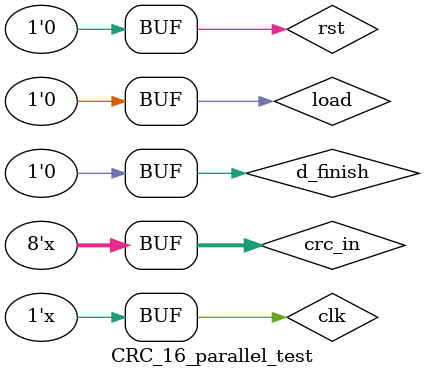
<source format=v>
module CRC_16_parallel_test; 
reg clk; 
reg rst; 
reg load; 
reg d_finish; 
reg [7:0] crc_in; 
wire [7:0] crc_out; 
parameter clk_period = 40; 

initial 
begin 
 #clk_period clk = 1; 
 #clk_period rst = 1; 
 #clk_period rst = 0; 
 #clk_period crc_in[7:0] = 8'b1010_1010; //
 #clk_period load = 1; 
 #clk_period load = 0; 
 #clk_period d_finish = 0; 
 #(10*clk_period) d_finish = 1; 
 #clk_period d_finish = 0; 
end 
always #(clk_period/2) clk = ~clk; 
always #(clk_period) crc_in[7:0] = ~crc_in[7:0]; //
//
CRC_16_paraller
u1(.clk(clk), .rst(rst), .load(load), .d_finish(d_finish), .crc_in(crc_in), .crc_out(crc_out)); 
endmodule 

</source>
